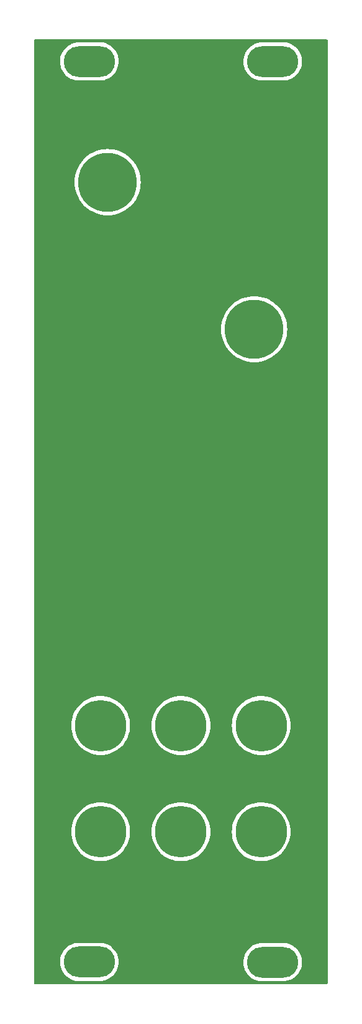
<source format=gbr>
%TF.GenerationSoftware,KiCad,Pcbnew,7.0.10*%
%TF.CreationDate,2024-02-21T22:44:58-06:00*%
%TF.ProjectId,Dual_VCA,4475616c-5f56-4434-912e-6b696361645f,rev?*%
%TF.SameCoordinates,Original*%
%TF.FileFunction,Copper,L2,Bot*%
%TF.FilePolarity,Positive*%
%FSLAX46Y46*%
G04 Gerber Fmt 4.6, Leading zero omitted, Abs format (unit mm)*
G04 Created by KiCad (PCBNEW 7.0.10) date 2024-02-21 22:44:58*
%MOMM*%
%LPD*%
G01*
G04 APERTURE LIST*
%TA.AperFunction,WasherPad*%
%ADD10C,8.000000*%
%TD*%
%TA.AperFunction,WasherPad*%
%ADD11C,7.000000*%
%TD*%
%TA.AperFunction,ComponentPad*%
%ADD12O,7.000000X4.200000*%
%TD*%
G04 APERTURE END LIST*
D10*
%TO.P,REF\u002A\u002A,*%
%TO.N,*%
X230420000Y-79670000D03*
%TD*%
D11*
%TO.P,REF\u002A\u002A,*%
%TO.N,*%
X209480000Y-148025000D03*
%TD*%
%TO.P,REF\u002A\u002A,*%
%TO.N,*%
X231380000Y-133575000D03*
%TD*%
%TO.P,REF\u002A\u002A,*%
%TO.N,*%
X220430000Y-133575000D03*
%TD*%
%TO.P,REF\u002A\u002A,*%
%TO.N,*%
X220430000Y-148025000D03*
%TD*%
%TO.P,REF\u002A\u002A,*%
%TO.N,*%
X209480000Y-133575000D03*
%TD*%
D10*
%TO.P,REF\u002A\u002A,*%
%TO.N,*%
X210430000Y-59675000D03*
%TD*%
D11*
%TO.P,REF\u002A\u002A,*%
%TO.N,*%
X231380000Y-148025000D03*
%TD*%
D12*
%TO.P,REF\u002A\u002A,*%
%TO.N,*%
X207930000Y-43255000D03*
X207930000Y-165731000D03*
X232935000Y-43255000D03*
X232935000Y-165755000D03*
%TD*%
%TA.AperFunction,NonConductor*%
G36*
X240372539Y-40275185D02*
G01*
X240418294Y-40327989D01*
X240429500Y-40379500D01*
X240429500Y-168630500D01*
X240409815Y-168697539D01*
X240357011Y-168743294D01*
X240305500Y-168754500D01*
X200554500Y-168754500D01*
X200487461Y-168734815D01*
X200441706Y-168682011D01*
X200430500Y-168630500D01*
X200430500Y-165811236D01*
X203925793Y-165811236D01*
X203955391Y-166130651D01*
X203955392Y-166130657D01*
X204024018Y-166444013D01*
X204106333Y-166677603D01*
X204130634Y-166746564D01*
X204273621Y-167033721D01*
X204450812Y-167301130D01*
X204659522Y-167544737D01*
X204896586Y-167760849D01*
X204896589Y-167760851D01*
X205158405Y-167946187D01*
X205158415Y-167946193D01*
X205441016Y-168097948D01*
X205441022Y-168097950D01*
X205441029Y-168097954D01*
X205602490Y-168160504D01*
X205740144Y-168213832D01*
X205740147Y-168213832D01*
X205740153Y-168213835D01*
X206051251Y-168292079D01*
X206170634Y-168306861D01*
X206369602Y-168331500D01*
X206369607Y-168331500D01*
X209410112Y-168331500D01*
X209410126Y-168331500D01*
X209650178Y-168316694D01*
X209965503Y-168257750D01*
X210271194Y-168160502D01*
X210562618Y-168026426D01*
X210835356Y-167857554D01*
X211085275Y-167656445D01*
X211308585Y-167426148D01*
X211501903Y-167170155D01*
X211662296Y-166892345D01*
X211787334Y-166596931D01*
X211875122Y-166288390D01*
X211924328Y-165971400D01*
X211928523Y-165835236D01*
X228930793Y-165835236D01*
X228960391Y-166154651D01*
X228960392Y-166154657D01*
X229029018Y-166468013D01*
X229074448Y-166596931D01*
X229135634Y-166770564D01*
X229278621Y-167057721D01*
X229455812Y-167325130D01*
X229664522Y-167568737D01*
X229846674Y-167734790D01*
X229875252Y-167760843D01*
X229901586Y-167784849D01*
X229901589Y-167784851D01*
X230163405Y-167970187D01*
X230163415Y-167970193D01*
X230446016Y-168121948D01*
X230446022Y-168121950D01*
X230446029Y-168121954D01*
X230607490Y-168184504D01*
X230745144Y-168237832D01*
X230745147Y-168237832D01*
X230745153Y-168237835D01*
X231056251Y-168316079D01*
X231175634Y-168330861D01*
X231374602Y-168355500D01*
X231374607Y-168355500D01*
X234415112Y-168355500D01*
X234415126Y-168355500D01*
X234655178Y-168340694D01*
X234970503Y-168281750D01*
X235276194Y-168184502D01*
X235567618Y-168050426D01*
X235840356Y-167881554D01*
X236090275Y-167680445D01*
X236313585Y-167450148D01*
X236506903Y-167194155D01*
X236667296Y-166916345D01*
X236792334Y-166620931D01*
X236880122Y-166312390D01*
X236929328Y-165995400D01*
X236939206Y-165674765D01*
X236909608Y-165355347D01*
X236875063Y-165197610D01*
X236840981Y-165041986D01*
X236811974Y-164959671D01*
X236734366Y-164739436D01*
X236591379Y-164452279D01*
X236414188Y-164184870D01*
X236205478Y-163941263D01*
X236036049Y-163786808D01*
X235968420Y-163725156D01*
X235968410Y-163725148D01*
X235706594Y-163539812D01*
X235706584Y-163539806D01*
X235423983Y-163388051D01*
X235423973Y-163388047D01*
X235423971Y-163388046D01*
X235355805Y-163361638D01*
X235124855Y-163272167D01*
X235124851Y-163272166D01*
X234813745Y-163193920D01*
X234495398Y-163154500D01*
X234495393Y-163154500D01*
X231454874Y-163154500D01*
X231402156Y-163157751D01*
X231214824Y-163169305D01*
X230899499Y-163228249D01*
X230899497Y-163228250D01*
X230593814Y-163325495D01*
X230593810Y-163325496D01*
X230593806Y-163325498D01*
X230419928Y-163405494D01*
X230302381Y-163459574D01*
X230029656Y-163628437D01*
X230029636Y-163628451D01*
X229779728Y-163829551D01*
X229556413Y-164059853D01*
X229363095Y-164315847D01*
X229202701Y-164593660D01*
X229077668Y-164889062D01*
X229077660Y-164889086D01*
X228989879Y-165197602D01*
X228989878Y-165197607D01*
X228940672Y-165514592D01*
X228940671Y-165514603D01*
X228930793Y-165835236D01*
X211928523Y-165835236D01*
X211934206Y-165650765D01*
X211904608Y-165331347D01*
X211875319Y-165197610D01*
X211835981Y-165017986D01*
X211790552Y-164889069D01*
X211729366Y-164715436D01*
X211586379Y-164428279D01*
X211409188Y-164160870D01*
X211200478Y-163917263D01*
X211031049Y-163762808D01*
X210963420Y-163701156D01*
X210963410Y-163701148D01*
X210701594Y-163515812D01*
X210701584Y-163515806D01*
X210418983Y-163364051D01*
X210418973Y-163364047D01*
X210418971Y-163364046D01*
X210319467Y-163325498D01*
X210119855Y-163248167D01*
X210119851Y-163248166D01*
X209808745Y-163169920D01*
X209490398Y-163130500D01*
X209490393Y-163130500D01*
X206449874Y-163130500D01*
X206397156Y-163133751D01*
X206209824Y-163145305D01*
X205894499Y-163204249D01*
X205894497Y-163204250D01*
X205588814Y-163301495D01*
X205588810Y-163301496D01*
X205588806Y-163301498D01*
X205414928Y-163381494D01*
X205297381Y-163435574D01*
X205024656Y-163604437D01*
X205024636Y-163604451D01*
X204774728Y-163805551D01*
X204551413Y-164035853D01*
X204358095Y-164291847D01*
X204197701Y-164569660D01*
X204072668Y-164865062D01*
X204072660Y-164865086D01*
X203984879Y-165173602D01*
X203984878Y-165173607D01*
X203935672Y-165490592D01*
X203935671Y-165490603D01*
X203925793Y-165811236D01*
X200430500Y-165811236D01*
X200430500Y-148025000D01*
X205474675Y-148025000D01*
X205493962Y-148417591D01*
X205493962Y-148417597D01*
X205493963Y-148417599D01*
X205551637Y-148806406D01*
X205647143Y-149187684D01*
X205779561Y-149557770D01*
X205779562Y-149557772D01*
X205947620Y-149913100D01*
X206149692Y-150250236D01*
X206383846Y-150565956D01*
X206647807Y-150857192D01*
X206939043Y-151121153D01*
X206939049Y-151121158D01*
X207254761Y-151355306D01*
X207254763Y-151355307D01*
X207591899Y-151557379D01*
X207591902Y-151557380D01*
X207591903Y-151557381D01*
X207947228Y-151725438D01*
X208317316Y-151857857D01*
X208698600Y-151953364D01*
X209087409Y-152011038D01*
X209480000Y-152030325D01*
X209872591Y-152011038D01*
X210261400Y-151953364D01*
X210642684Y-151857857D01*
X211012772Y-151725438D01*
X211368097Y-151557381D01*
X211705239Y-151355306D01*
X212020951Y-151121158D01*
X212312192Y-150857192D01*
X212576158Y-150565951D01*
X212810306Y-150250239D01*
X213012381Y-149913097D01*
X213180438Y-149557772D01*
X213312857Y-149187684D01*
X213408364Y-148806400D01*
X213466038Y-148417591D01*
X213485325Y-148025000D01*
X216424675Y-148025000D01*
X216443962Y-148417591D01*
X216443962Y-148417597D01*
X216443963Y-148417599D01*
X216501637Y-148806406D01*
X216597143Y-149187684D01*
X216729561Y-149557770D01*
X216729562Y-149557772D01*
X216897620Y-149913100D01*
X217099692Y-150250236D01*
X217333846Y-150565956D01*
X217597807Y-150857192D01*
X217889043Y-151121153D01*
X217889049Y-151121158D01*
X218204761Y-151355306D01*
X218204763Y-151355307D01*
X218541899Y-151557379D01*
X218541902Y-151557380D01*
X218541903Y-151557381D01*
X218897228Y-151725438D01*
X219267316Y-151857857D01*
X219648600Y-151953364D01*
X220037409Y-152011038D01*
X220430000Y-152030325D01*
X220822591Y-152011038D01*
X221211400Y-151953364D01*
X221592684Y-151857857D01*
X221962772Y-151725438D01*
X222318097Y-151557381D01*
X222655239Y-151355306D01*
X222970951Y-151121158D01*
X223262192Y-150857192D01*
X223526158Y-150565951D01*
X223760306Y-150250239D01*
X223962381Y-149913097D01*
X224130438Y-149557772D01*
X224262857Y-149187684D01*
X224358364Y-148806400D01*
X224416038Y-148417591D01*
X224435325Y-148025000D01*
X227374675Y-148025000D01*
X227393962Y-148417591D01*
X227393962Y-148417597D01*
X227393963Y-148417599D01*
X227451637Y-148806406D01*
X227547143Y-149187684D01*
X227679561Y-149557770D01*
X227679562Y-149557772D01*
X227847620Y-149913100D01*
X228049692Y-150250236D01*
X228283846Y-150565956D01*
X228547807Y-150857192D01*
X228839043Y-151121153D01*
X228839049Y-151121158D01*
X229154761Y-151355306D01*
X229154763Y-151355307D01*
X229491899Y-151557379D01*
X229491902Y-151557380D01*
X229491903Y-151557381D01*
X229847228Y-151725438D01*
X230217316Y-151857857D01*
X230598600Y-151953364D01*
X230987409Y-152011038D01*
X231380000Y-152030325D01*
X231772591Y-152011038D01*
X232161400Y-151953364D01*
X232542684Y-151857857D01*
X232912772Y-151725438D01*
X233268097Y-151557381D01*
X233605239Y-151355306D01*
X233920951Y-151121158D01*
X234212192Y-150857192D01*
X234476158Y-150565951D01*
X234710306Y-150250239D01*
X234912381Y-149913097D01*
X235080438Y-149557772D01*
X235212857Y-149187684D01*
X235308364Y-148806400D01*
X235366038Y-148417591D01*
X235385325Y-148025000D01*
X235366038Y-147632409D01*
X235308364Y-147243600D01*
X235212857Y-146862316D01*
X235080438Y-146492228D01*
X234912381Y-146136903D01*
X234710306Y-145799761D01*
X234476158Y-145484049D01*
X234476153Y-145484043D01*
X234212192Y-145192807D01*
X233920956Y-144928846D01*
X233605236Y-144694692D01*
X233268100Y-144492620D01*
X232912772Y-144324562D01*
X232912770Y-144324561D01*
X232542684Y-144192143D01*
X232161406Y-144096637D01*
X232161401Y-144096636D01*
X232161400Y-144096636D01*
X232017256Y-144075254D01*
X231772599Y-144038963D01*
X231772597Y-144038962D01*
X231772591Y-144038962D01*
X231380000Y-144019675D01*
X230987409Y-144038962D01*
X230987403Y-144038962D01*
X230987400Y-144038963D01*
X230598593Y-144096637D01*
X230217315Y-144192143D01*
X229847229Y-144324561D01*
X229847227Y-144324562D01*
X229491899Y-144492620D01*
X229154763Y-144694692D01*
X228839043Y-144928846D01*
X228547807Y-145192807D01*
X228283846Y-145484043D01*
X228049692Y-145799763D01*
X227847620Y-146136899D01*
X227679562Y-146492227D01*
X227679561Y-146492229D01*
X227547143Y-146862315D01*
X227451637Y-147243593D01*
X227451636Y-147243600D01*
X227393962Y-147632409D01*
X227374675Y-148025000D01*
X224435325Y-148025000D01*
X224416038Y-147632409D01*
X224358364Y-147243600D01*
X224262857Y-146862316D01*
X224130438Y-146492228D01*
X223962381Y-146136903D01*
X223760306Y-145799761D01*
X223526158Y-145484049D01*
X223526153Y-145484043D01*
X223262192Y-145192807D01*
X222970956Y-144928846D01*
X222655236Y-144694692D01*
X222318100Y-144492620D01*
X221962772Y-144324562D01*
X221962770Y-144324561D01*
X221592684Y-144192143D01*
X221211406Y-144096637D01*
X221211401Y-144096636D01*
X221211400Y-144096636D01*
X221067256Y-144075254D01*
X220822599Y-144038963D01*
X220822597Y-144038962D01*
X220822591Y-144038962D01*
X220430000Y-144019675D01*
X220037409Y-144038962D01*
X220037403Y-144038962D01*
X220037400Y-144038963D01*
X219648593Y-144096637D01*
X219267315Y-144192143D01*
X218897229Y-144324561D01*
X218897227Y-144324562D01*
X218541899Y-144492620D01*
X218204763Y-144694692D01*
X217889043Y-144928846D01*
X217597807Y-145192807D01*
X217333846Y-145484043D01*
X217099692Y-145799763D01*
X216897620Y-146136899D01*
X216729562Y-146492227D01*
X216729561Y-146492229D01*
X216597143Y-146862315D01*
X216501637Y-147243593D01*
X216501636Y-147243600D01*
X216443962Y-147632409D01*
X216424675Y-148025000D01*
X213485325Y-148025000D01*
X213466038Y-147632409D01*
X213408364Y-147243600D01*
X213312857Y-146862316D01*
X213180438Y-146492228D01*
X213012381Y-146136903D01*
X212810306Y-145799761D01*
X212576158Y-145484049D01*
X212576153Y-145484043D01*
X212312192Y-145192807D01*
X212020956Y-144928846D01*
X211705236Y-144694692D01*
X211368100Y-144492620D01*
X211012772Y-144324562D01*
X211012770Y-144324561D01*
X210642684Y-144192143D01*
X210261406Y-144096637D01*
X210261401Y-144096636D01*
X210261400Y-144096636D01*
X210117256Y-144075254D01*
X209872599Y-144038963D01*
X209872597Y-144038962D01*
X209872591Y-144038962D01*
X209480000Y-144019675D01*
X209087409Y-144038962D01*
X209087403Y-144038962D01*
X209087400Y-144038963D01*
X208698593Y-144096637D01*
X208317315Y-144192143D01*
X207947229Y-144324561D01*
X207947227Y-144324562D01*
X207591899Y-144492620D01*
X207254763Y-144694692D01*
X206939043Y-144928846D01*
X206647807Y-145192807D01*
X206383846Y-145484043D01*
X206149692Y-145799763D01*
X205947620Y-146136899D01*
X205779562Y-146492227D01*
X205779561Y-146492229D01*
X205647143Y-146862315D01*
X205551637Y-147243593D01*
X205551636Y-147243600D01*
X205493962Y-147632409D01*
X205474675Y-148025000D01*
X200430500Y-148025000D01*
X200430500Y-133575000D01*
X205474675Y-133575000D01*
X205493962Y-133967591D01*
X205493962Y-133967597D01*
X205493963Y-133967599D01*
X205551637Y-134356406D01*
X205647143Y-134737684D01*
X205779561Y-135107770D01*
X205779562Y-135107772D01*
X205947620Y-135463100D01*
X206149692Y-135800236D01*
X206383846Y-136115956D01*
X206647807Y-136407192D01*
X206939043Y-136671153D01*
X206939049Y-136671158D01*
X207254761Y-136905306D01*
X207254763Y-136905307D01*
X207591899Y-137107379D01*
X207591902Y-137107380D01*
X207591903Y-137107381D01*
X207947228Y-137275438D01*
X208317316Y-137407857D01*
X208698600Y-137503364D01*
X209087409Y-137561038D01*
X209480000Y-137580325D01*
X209872591Y-137561038D01*
X210261400Y-137503364D01*
X210642684Y-137407857D01*
X211012772Y-137275438D01*
X211368097Y-137107381D01*
X211705239Y-136905306D01*
X212020951Y-136671158D01*
X212312192Y-136407192D01*
X212576158Y-136115951D01*
X212810306Y-135800239D01*
X213012381Y-135463097D01*
X213180438Y-135107772D01*
X213312857Y-134737684D01*
X213408364Y-134356400D01*
X213466038Y-133967591D01*
X213485325Y-133575000D01*
X216424675Y-133575000D01*
X216443962Y-133967591D01*
X216443962Y-133967597D01*
X216443963Y-133967599D01*
X216501637Y-134356406D01*
X216597143Y-134737684D01*
X216729561Y-135107770D01*
X216729562Y-135107772D01*
X216897620Y-135463100D01*
X217099692Y-135800236D01*
X217333846Y-136115956D01*
X217597807Y-136407192D01*
X217889043Y-136671153D01*
X217889049Y-136671158D01*
X218204761Y-136905306D01*
X218204763Y-136905307D01*
X218541899Y-137107379D01*
X218541902Y-137107380D01*
X218541903Y-137107381D01*
X218897228Y-137275438D01*
X219267316Y-137407857D01*
X219648600Y-137503364D01*
X220037409Y-137561038D01*
X220430000Y-137580325D01*
X220822591Y-137561038D01*
X221211400Y-137503364D01*
X221592684Y-137407857D01*
X221962772Y-137275438D01*
X222318097Y-137107381D01*
X222655239Y-136905306D01*
X222970951Y-136671158D01*
X223262192Y-136407192D01*
X223526158Y-136115951D01*
X223760306Y-135800239D01*
X223962381Y-135463097D01*
X224130438Y-135107772D01*
X224262857Y-134737684D01*
X224358364Y-134356400D01*
X224416038Y-133967591D01*
X224435325Y-133575000D01*
X227374675Y-133575000D01*
X227393962Y-133967591D01*
X227393962Y-133967597D01*
X227393963Y-133967599D01*
X227451637Y-134356406D01*
X227547143Y-134737684D01*
X227679561Y-135107770D01*
X227679562Y-135107772D01*
X227847620Y-135463100D01*
X228049692Y-135800236D01*
X228283846Y-136115956D01*
X228547807Y-136407192D01*
X228839043Y-136671153D01*
X228839049Y-136671158D01*
X229154761Y-136905306D01*
X229154763Y-136905307D01*
X229491899Y-137107379D01*
X229491902Y-137107380D01*
X229491903Y-137107381D01*
X229847228Y-137275438D01*
X230217316Y-137407857D01*
X230598600Y-137503364D01*
X230987409Y-137561038D01*
X231380000Y-137580325D01*
X231772591Y-137561038D01*
X232161400Y-137503364D01*
X232542684Y-137407857D01*
X232912772Y-137275438D01*
X233268097Y-137107381D01*
X233605239Y-136905306D01*
X233920951Y-136671158D01*
X234212192Y-136407192D01*
X234476158Y-136115951D01*
X234710306Y-135800239D01*
X234912381Y-135463097D01*
X235080438Y-135107772D01*
X235212857Y-134737684D01*
X235308364Y-134356400D01*
X235366038Y-133967591D01*
X235385325Y-133575000D01*
X235366038Y-133182409D01*
X235308364Y-132793600D01*
X235212857Y-132412316D01*
X235080438Y-132042228D01*
X234912381Y-131686903D01*
X234710306Y-131349761D01*
X234476158Y-131034049D01*
X234476153Y-131034043D01*
X234212192Y-130742807D01*
X233920956Y-130478846D01*
X233605236Y-130244692D01*
X233268100Y-130042620D01*
X232912772Y-129874562D01*
X232912770Y-129874561D01*
X232542684Y-129742143D01*
X232161406Y-129646637D01*
X232161401Y-129646636D01*
X232161400Y-129646636D01*
X232017256Y-129625254D01*
X231772599Y-129588963D01*
X231772597Y-129588962D01*
X231772591Y-129588962D01*
X231380000Y-129569675D01*
X230987409Y-129588962D01*
X230987403Y-129588962D01*
X230987400Y-129588963D01*
X230598593Y-129646637D01*
X230217315Y-129742143D01*
X229847229Y-129874561D01*
X229847227Y-129874562D01*
X229491899Y-130042620D01*
X229154763Y-130244692D01*
X228839043Y-130478846D01*
X228547807Y-130742807D01*
X228283846Y-131034043D01*
X228049692Y-131349763D01*
X227847620Y-131686899D01*
X227679562Y-132042227D01*
X227679561Y-132042229D01*
X227547143Y-132412315D01*
X227451637Y-132793593D01*
X227451636Y-132793600D01*
X227393962Y-133182409D01*
X227374675Y-133575000D01*
X224435325Y-133575000D01*
X224416038Y-133182409D01*
X224358364Y-132793600D01*
X224262857Y-132412316D01*
X224130438Y-132042228D01*
X223962381Y-131686903D01*
X223760306Y-131349761D01*
X223526158Y-131034049D01*
X223526153Y-131034043D01*
X223262192Y-130742807D01*
X222970956Y-130478846D01*
X222655236Y-130244692D01*
X222318100Y-130042620D01*
X221962772Y-129874562D01*
X221962770Y-129874561D01*
X221592684Y-129742143D01*
X221211406Y-129646637D01*
X221211401Y-129646636D01*
X221211400Y-129646636D01*
X221067256Y-129625254D01*
X220822599Y-129588963D01*
X220822597Y-129588962D01*
X220822591Y-129588962D01*
X220430000Y-129569675D01*
X220037409Y-129588962D01*
X220037403Y-129588962D01*
X220037400Y-129588963D01*
X219648593Y-129646637D01*
X219267315Y-129742143D01*
X218897229Y-129874561D01*
X218897227Y-129874562D01*
X218541899Y-130042620D01*
X218204763Y-130244692D01*
X217889043Y-130478846D01*
X217597807Y-130742807D01*
X217333846Y-131034043D01*
X217099692Y-131349763D01*
X216897620Y-131686899D01*
X216729562Y-132042227D01*
X216729561Y-132042229D01*
X216597143Y-132412315D01*
X216501637Y-132793593D01*
X216501636Y-132793600D01*
X216443962Y-133182409D01*
X216424675Y-133575000D01*
X213485325Y-133575000D01*
X213466038Y-133182409D01*
X213408364Y-132793600D01*
X213312857Y-132412316D01*
X213180438Y-132042228D01*
X213012381Y-131686903D01*
X212810306Y-131349761D01*
X212576158Y-131034049D01*
X212576153Y-131034043D01*
X212312192Y-130742807D01*
X212020956Y-130478846D01*
X211705236Y-130244692D01*
X211368100Y-130042620D01*
X211012772Y-129874562D01*
X211012770Y-129874561D01*
X210642684Y-129742143D01*
X210261406Y-129646637D01*
X210261401Y-129646636D01*
X210261400Y-129646636D01*
X210117256Y-129625254D01*
X209872599Y-129588963D01*
X209872597Y-129588962D01*
X209872591Y-129588962D01*
X209480000Y-129569675D01*
X209087409Y-129588962D01*
X209087403Y-129588962D01*
X209087400Y-129588963D01*
X208698593Y-129646637D01*
X208317315Y-129742143D01*
X207947229Y-129874561D01*
X207947227Y-129874562D01*
X207591899Y-130042620D01*
X207254763Y-130244692D01*
X206939043Y-130478846D01*
X206647807Y-130742807D01*
X206383846Y-131034043D01*
X206149692Y-131349763D01*
X205947620Y-131686899D01*
X205779562Y-132042227D01*
X205779561Y-132042229D01*
X205647143Y-132412315D01*
X205551637Y-132793593D01*
X205551636Y-132793600D01*
X205493962Y-133182409D01*
X205474675Y-133575000D01*
X200430500Y-133575000D01*
X200430500Y-79670000D01*
X225914693Y-79670000D01*
X225933912Y-80085697D01*
X225933912Y-80085702D01*
X225933913Y-80085707D01*
X225991403Y-80497845D01*
X225991405Y-80497853D01*
X226086679Y-80902933D01*
X226218929Y-81297514D01*
X226387010Y-81678177D01*
X226387020Y-81678198D01*
X226589506Y-82041731D01*
X226589509Y-82041735D01*
X226589511Y-82041739D01*
X226824687Y-82385054D01*
X226824689Y-82385056D01*
X226824696Y-82385066D01*
X227090528Y-82705194D01*
X227090538Y-82705206D01*
X227384794Y-82999462D01*
X227384805Y-82999471D01*
X227704933Y-83265303D01*
X227704939Y-83265307D01*
X227704946Y-83265313D01*
X228048261Y-83500489D01*
X228411812Y-83702985D01*
X228602153Y-83787029D01*
X228792485Y-83871070D01*
X228792488Y-83871071D01*
X228792495Y-83871074D01*
X229187064Y-84003320D01*
X229592152Y-84098596D01*
X230004303Y-84156088D01*
X230420000Y-84175307D01*
X230835697Y-84156088D01*
X231247848Y-84098596D01*
X231652936Y-84003320D01*
X232047505Y-83871074D01*
X232428188Y-83702985D01*
X232791739Y-83500489D01*
X233135054Y-83265313D01*
X233455206Y-82999462D01*
X233749462Y-82705206D01*
X234015313Y-82385054D01*
X234250489Y-82041739D01*
X234452985Y-81678188D01*
X234621074Y-81297505D01*
X234753320Y-80902936D01*
X234848596Y-80497848D01*
X234906088Y-80085697D01*
X234925307Y-79670000D01*
X234906088Y-79254303D01*
X234848596Y-78842152D01*
X234753320Y-78437064D01*
X234621074Y-78042495D01*
X234452985Y-77661812D01*
X234250489Y-77298261D01*
X234015313Y-76954946D01*
X234015307Y-76954939D01*
X234015303Y-76954933D01*
X233749471Y-76634805D01*
X233749462Y-76634794D01*
X233455206Y-76340538D01*
X233455194Y-76340528D01*
X233135066Y-76074696D01*
X233135056Y-76074689D01*
X233135054Y-76074687D01*
X232791739Y-75839511D01*
X232791735Y-75839509D01*
X232791731Y-75839506D01*
X232428198Y-75637020D01*
X232428177Y-75637010D01*
X232047514Y-75468929D01*
X231652933Y-75336679D01*
X231247853Y-75241405D01*
X231247845Y-75241403D01*
X230835707Y-75183913D01*
X230835702Y-75183912D01*
X230835697Y-75183912D01*
X230420000Y-75164693D01*
X230004303Y-75183912D01*
X230004297Y-75183912D01*
X230004292Y-75183913D01*
X229592154Y-75241403D01*
X229592146Y-75241405D01*
X229187066Y-75336679D01*
X228792485Y-75468929D01*
X228411822Y-75637010D01*
X228411801Y-75637020D01*
X228048268Y-75839506D01*
X228048262Y-75839510D01*
X227704943Y-76074689D01*
X227704933Y-76074696D01*
X227384805Y-76340528D01*
X227384785Y-76340546D01*
X227090546Y-76634785D01*
X227090528Y-76634805D01*
X226824696Y-76954933D01*
X226824689Y-76954943D01*
X226589510Y-77298262D01*
X226589506Y-77298268D01*
X226387020Y-77661801D01*
X226387010Y-77661822D01*
X226218929Y-78042485D01*
X226086679Y-78437066D01*
X225991405Y-78842146D01*
X225991403Y-78842154D01*
X225933913Y-79254292D01*
X225933912Y-79254297D01*
X225933912Y-79254303D01*
X225914693Y-79670000D01*
X200430500Y-79670000D01*
X200430500Y-59675000D01*
X205924693Y-59675000D01*
X205943912Y-60090697D01*
X205943912Y-60090702D01*
X205943913Y-60090707D01*
X206001403Y-60502845D01*
X206001405Y-60502853D01*
X206096679Y-60907933D01*
X206228929Y-61302514D01*
X206397010Y-61683177D01*
X206397020Y-61683198D01*
X206599506Y-62046731D01*
X206599509Y-62046735D01*
X206599511Y-62046739D01*
X206834687Y-62390054D01*
X206834689Y-62390056D01*
X206834696Y-62390066D01*
X207100528Y-62710194D01*
X207100538Y-62710206D01*
X207394794Y-63004462D01*
X207394805Y-63004471D01*
X207714933Y-63270303D01*
X207714939Y-63270307D01*
X207714946Y-63270313D01*
X208058261Y-63505489D01*
X208421812Y-63707985D01*
X208612153Y-63792029D01*
X208802485Y-63876070D01*
X208802488Y-63876071D01*
X208802495Y-63876074D01*
X209197064Y-64008320D01*
X209602152Y-64103596D01*
X210014303Y-64161088D01*
X210430000Y-64180307D01*
X210845697Y-64161088D01*
X211257848Y-64103596D01*
X211662936Y-64008320D01*
X212057505Y-63876074D01*
X212438188Y-63707985D01*
X212801739Y-63505489D01*
X213145054Y-63270313D01*
X213465206Y-63004462D01*
X213759462Y-62710206D01*
X214025313Y-62390054D01*
X214260489Y-62046739D01*
X214462985Y-61683188D01*
X214631074Y-61302505D01*
X214763320Y-60907936D01*
X214858596Y-60502848D01*
X214916088Y-60090697D01*
X214935307Y-59675000D01*
X214916088Y-59259303D01*
X214858596Y-58847152D01*
X214763320Y-58442064D01*
X214631074Y-58047495D01*
X214462985Y-57666812D01*
X214260489Y-57303261D01*
X214025313Y-56959946D01*
X214025307Y-56959939D01*
X214025303Y-56959933D01*
X213759471Y-56639805D01*
X213759462Y-56639794D01*
X213465206Y-56345538D01*
X213465194Y-56345528D01*
X213145066Y-56079696D01*
X213145056Y-56079689D01*
X213145054Y-56079687D01*
X212801739Y-55844511D01*
X212801735Y-55844509D01*
X212801731Y-55844506D01*
X212438198Y-55642020D01*
X212438177Y-55642010D01*
X212057514Y-55473929D01*
X211662933Y-55341679D01*
X211257853Y-55246405D01*
X211257845Y-55246403D01*
X210845707Y-55188913D01*
X210845702Y-55188912D01*
X210845697Y-55188912D01*
X210430000Y-55169693D01*
X210014303Y-55188912D01*
X210014297Y-55188912D01*
X210014292Y-55188913D01*
X209602154Y-55246403D01*
X209602146Y-55246405D01*
X209197066Y-55341679D01*
X208802485Y-55473929D01*
X208421822Y-55642010D01*
X208421801Y-55642020D01*
X208058268Y-55844506D01*
X208058262Y-55844510D01*
X207714943Y-56079689D01*
X207714933Y-56079696D01*
X207394805Y-56345528D01*
X207394785Y-56345546D01*
X207100546Y-56639785D01*
X207100528Y-56639805D01*
X206834696Y-56959933D01*
X206834689Y-56959943D01*
X206599510Y-57303262D01*
X206599506Y-57303268D01*
X206397020Y-57666801D01*
X206397010Y-57666822D01*
X206228929Y-58047485D01*
X206096679Y-58442066D01*
X206001405Y-58847146D01*
X206001403Y-58847154D01*
X205943913Y-59259292D01*
X205943912Y-59259297D01*
X205943912Y-59259303D01*
X205924693Y-59675000D01*
X200430500Y-59675000D01*
X200430500Y-43335236D01*
X203925793Y-43335236D01*
X203955391Y-43654651D01*
X203955392Y-43654657D01*
X204024018Y-43968013D01*
X204077899Y-44120913D01*
X204130634Y-44270564D01*
X204273621Y-44557721D01*
X204450812Y-44825130D01*
X204659522Y-45068737D01*
X204896586Y-45284849D01*
X204896589Y-45284851D01*
X205158405Y-45470187D01*
X205158415Y-45470193D01*
X205441016Y-45621948D01*
X205441022Y-45621950D01*
X205441029Y-45621954D01*
X205602490Y-45684504D01*
X205740144Y-45737832D01*
X205740147Y-45737832D01*
X205740153Y-45737835D01*
X206051251Y-45816079D01*
X206170634Y-45830861D01*
X206369602Y-45855500D01*
X206369607Y-45855500D01*
X209410112Y-45855500D01*
X209410126Y-45855500D01*
X209650178Y-45840694D01*
X209965503Y-45781750D01*
X210271194Y-45684502D01*
X210562618Y-45550426D01*
X210835356Y-45381554D01*
X211085275Y-45180445D01*
X211308585Y-44950148D01*
X211501903Y-44694155D01*
X211662296Y-44416345D01*
X211787334Y-44120931D01*
X211875122Y-43812390D01*
X211924328Y-43495400D01*
X211929262Y-43335236D01*
X228930793Y-43335236D01*
X228960391Y-43654651D01*
X228960392Y-43654657D01*
X229029018Y-43968013D01*
X229082899Y-44120913D01*
X229135634Y-44270564D01*
X229278621Y-44557721D01*
X229455812Y-44825130D01*
X229664522Y-45068737D01*
X229901586Y-45284849D01*
X229901589Y-45284851D01*
X230163405Y-45470187D01*
X230163415Y-45470193D01*
X230446016Y-45621948D01*
X230446022Y-45621950D01*
X230446029Y-45621954D01*
X230607490Y-45684504D01*
X230745144Y-45737832D01*
X230745147Y-45737832D01*
X230745153Y-45737835D01*
X231056251Y-45816079D01*
X231175634Y-45830861D01*
X231374602Y-45855500D01*
X231374607Y-45855500D01*
X234415112Y-45855500D01*
X234415126Y-45855500D01*
X234655178Y-45840694D01*
X234970503Y-45781750D01*
X235276194Y-45684502D01*
X235567618Y-45550426D01*
X235840356Y-45381554D01*
X236090275Y-45180445D01*
X236313585Y-44950148D01*
X236506903Y-44694155D01*
X236667296Y-44416345D01*
X236792334Y-44120931D01*
X236880122Y-43812390D01*
X236929328Y-43495400D01*
X236939206Y-43174765D01*
X236909608Y-42855347D01*
X236875063Y-42697610D01*
X236840981Y-42541986D01*
X236811974Y-42459671D01*
X236734366Y-42239436D01*
X236591379Y-41952279D01*
X236414188Y-41684870D01*
X236205478Y-41441263D01*
X236036049Y-41286808D01*
X235968420Y-41225156D01*
X235968410Y-41225148D01*
X235706594Y-41039812D01*
X235706584Y-41039806D01*
X235423983Y-40888051D01*
X235423973Y-40888047D01*
X235423971Y-40888046D01*
X235355805Y-40861638D01*
X235124855Y-40772167D01*
X235124851Y-40772166D01*
X234813745Y-40693920D01*
X234495398Y-40654500D01*
X234495393Y-40654500D01*
X231454874Y-40654500D01*
X231402156Y-40657751D01*
X231214824Y-40669305D01*
X230899499Y-40728249D01*
X230899497Y-40728250D01*
X230593814Y-40825495D01*
X230593810Y-40825496D01*
X230593806Y-40825498D01*
X230419928Y-40905494D01*
X230302381Y-40959574D01*
X230029656Y-41128437D01*
X230029636Y-41128451D01*
X229779728Y-41329551D01*
X229556413Y-41559853D01*
X229363095Y-41815847D01*
X229202701Y-42093660D01*
X229077668Y-42389062D01*
X229077660Y-42389086D01*
X228989879Y-42697602D01*
X228989878Y-42697607D01*
X228940672Y-43014592D01*
X228940671Y-43014603D01*
X228930793Y-43335236D01*
X211929262Y-43335236D01*
X211934206Y-43174765D01*
X211904608Y-42855347D01*
X211870063Y-42697610D01*
X211835981Y-42541986D01*
X211806974Y-42459671D01*
X211729366Y-42239436D01*
X211586379Y-41952279D01*
X211409188Y-41684870D01*
X211200478Y-41441263D01*
X211031049Y-41286808D01*
X210963420Y-41225156D01*
X210963410Y-41225148D01*
X210701594Y-41039812D01*
X210701584Y-41039806D01*
X210418983Y-40888051D01*
X210418973Y-40888047D01*
X210418971Y-40888046D01*
X210350805Y-40861638D01*
X210119855Y-40772167D01*
X210119851Y-40772166D01*
X209808745Y-40693920D01*
X209490398Y-40654500D01*
X209490393Y-40654500D01*
X206449874Y-40654500D01*
X206397156Y-40657751D01*
X206209824Y-40669305D01*
X205894499Y-40728249D01*
X205894497Y-40728250D01*
X205588814Y-40825495D01*
X205588810Y-40825496D01*
X205588806Y-40825498D01*
X205414928Y-40905494D01*
X205297381Y-40959574D01*
X205024656Y-41128437D01*
X205024636Y-41128451D01*
X204774728Y-41329551D01*
X204551413Y-41559853D01*
X204358095Y-41815847D01*
X204197701Y-42093660D01*
X204072668Y-42389062D01*
X204072660Y-42389086D01*
X203984879Y-42697602D01*
X203984878Y-42697607D01*
X203935672Y-43014592D01*
X203935671Y-43014603D01*
X203925793Y-43335236D01*
X200430500Y-43335236D01*
X200430500Y-40379500D01*
X200450185Y-40312461D01*
X200502989Y-40266706D01*
X200554500Y-40255500D01*
X240305500Y-40255500D01*
X240372539Y-40275185D01*
G37*
%TD.AperFunction*%
M02*

</source>
